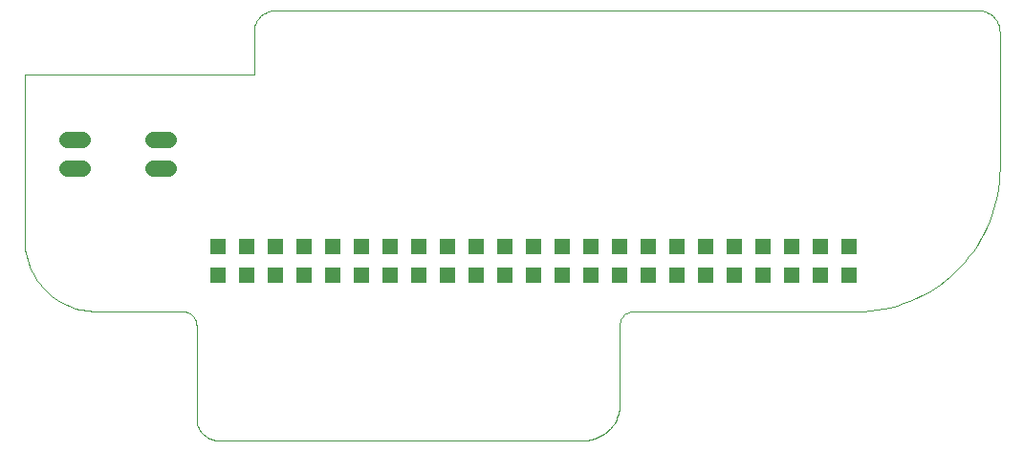
<source format=gbs>
G75*
G70*
%OFA0B0*%
%FSLAX24Y24*%
%IPPOS*%
%LPD*%
%AMOC8*
5,1,8,0,0,1.08239X$1,22.5*
%
%ADD10C,0.0000*%
%ADD11R,0.0555X0.0555*%
%ADD12C,0.0560*%
D10*
X006100Y000850D02*
X006100Y004100D01*
X006098Y004144D01*
X006092Y004187D01*
X006083Y004229D01*
X006070Y004271D01*
X006053Y004311D01*
X006033Y004350D01*
X006010Y004387D01*
X005983Y004421D01*
X005954Y004454D01*
X005921Y004483D01*
X005887Y004510D01*
X005850Y004533D01*
X005811Y004553D01*
X005771Y004570D01*
X005729Y004583D01*
X005687Y004592D01*
X005644Y004598D01*
X005600Y004600D01*
X002600Y004600D01*
X002481Y004603D01*
X002362Y004611D01*
X002244Y004625D01*
X002127Y004645D01*
X002011Y004670D01*
X001896Y004701D01*
X001782Y004737D01*
X001671Y004779D01*
X001561Y004826D01*
X001454Y004878D01*
X001350Y004935D01*
X001248Y004997D01*
X001150Y005064D01*
X001055Y005135D01*
X000963Y005211D01*
X000875Y005291D01*
X000791Y005375D01*
X000711Y005463D01*
X000635Y005555D01*
X000564Y005650D01*
X000497Y005748D01*
X000435Y005850D01*
X000378Y005954D01*
X000326Y006061D01*
X000279Y006171D01*
X000237Y006282D01*
X000201Y006396D01*
X000170Y006511D01*
X000145Y006627D01*
X000125Y006744D01*
X000111Y006862D01*
X000103Y006981D01*
X000100Y007100D01*
X000100Y012850D01*
X008100Y012850D01*
X008100Y014350D01*
X008102Y014404D01*
X008108Y014457D01*
X008117Y014509D01*
X008130Y014561D01*
X008147Y014612D01*
X008168Y014662D01*
X008192Y014709D01*
X008219Y014755D01*
X008250Y014799D01*
X008283Y014841D01*
X008320Y014880D01*
X008359Y014917D01*
X008401Y014950D01*
X008445Y014981D01*
X008491Y015008D01*
X008538Y015032D01*
X008588Y015053D01*
X008639Y015070D01*
X008691Y015083D01*
X008743Y015092D01*
X008796Y015098D01*
X008850Y015100D01*
X033350Y015100D01*
X033404Y015098D01*
X033457Y015092D01*
X033509Y015083D01*
X033561Y015070D01*
X033612Y015053D01*
X033662Y015032D01*
X033709Y015008D01*
X033755Y014981D01*
X033799Y014950D01*
X033841Y014917D01*
X033880Y014880D01*
X033917Y014841D01*
X033950Y014799D01*
X033981Y014755D01*
X034008Y014709D01*
X034032Y014662D01*
X034053Y014612D01*
X034070Y014561D01*
X034083Y014509D01*
X034092Y014457D01*
X034098Y014404D01*
X034100Y014350D01*
X034100Y009600D01*
X034094Y009362D01*
X034077Y009125D01*
X034049Y008888D01*
X034010Y008654D01*
X033959Y008421D01*
X033897Y008191D01*
X033825Y007965D01*
X033742Y007742D01*
X033648Y007523D01*
X033544Y007309D01*
X033430Y007100D01*
X033306Y006897D01*
X033173Y006700D01*
X033030Y006509D01*
X032879Y006326D01*
X032719Y006150D01*
X032550Y005981D01*
X032374Y005821D01*
X032191Y005670D01*
X032000Y005527D01*
X031803Y005394D01*
X031600Y005270D01*
X031391Y005156D01*
X031177Y005052D01*
X030958Y004958D01*
X030735Y004875D01*
X030509Y004803D01*
X030279Y004741D01*
X030046Y004690D01*
X029812Y004651D01*
X029575Y004623D01*
X029338Y004606D01*
X029100Y004600D01*
X021350Y004600D01*
X021306Y004598D01*
X021263Y004592D01*
X021221Y004583D01*
X021179Y004570D01*
X021139Y004553D01*
X021100Y004533D01*
X021063Y004510D01*
X021029Y004483D01*
X020996Y004454D01*
X020967Y004421D01*
X020940Y004387D01*
X020917Y004350D01*
X020897Y004311D01*
X020880Y004271D01*
X020867Y004229D01*
X020858Y004187D01*
X020852Y004144D01*
X020850Y004100D01*
X020850Y001350D01*
X020848Y001282D01*
X020843Y001215D01*
X020834Y001148D01*
X020821Y001081D01*
X020804Y001016D01*
X020785Y000951D01*
X020761Y000887D01*
X020734Y000825D01*
X020704Y000764D01*
X020671Y000706D01*
X020635Y000649D01*
X020595Y000594D01*
X020553Y000541D01*
X020507Y000490D01*
X020460Y000443D01*
X020409Y000397D01*
X020356Y000355D01*
X020301Y000315D01*
X020244Y000279D01*
X020186Y000246D01*
X020125Y000216D01*
X020063Y000189D01*
X019999Y000165D01*
X019934Y000146D01*
X019869Y000129D01*
X019802Y000116D01*
X019735Y000107D01*
X019668Y000102D01*
X019600Y000100D01*
X006850Y000100D01*
X006796Y000102D01*
X006743Y000108D01*
X006691Y000117D01*
X006639Y000130D01*
X006588Y000147D01*
X006538Y000168D01*
X006491Y000192D01*
X006445Y000219D01*
X006401Y000250D01*
X006359Y000283D01*
X006320Y000320D01*
X006283Y000359D01*
X006250Y000401D01*
X006219Y000445D01*
X006192Y000491D01*
X006168Y000538D01*
X006147Y000588D01*
X006130Y000639D01*
X006117Y000691D01*
X006108Y000743D01*
X006102Y000796D01*
X006100Y000850D01*
D11*
X006850Y005850D03*
X007850Y005850D03*
X008850Y005850D03*
X009850Y005850D03*
X010850Y005850D03*
X011850Y005850D03*
X012850Y005850D03*
X013850Y005850D03*
X014850Y005850D03*
X015850Y005850D03*
X016850Y005850D03*
X017850Y005850D03*
X018850Y005850D03*
X019850Y005850D03*
X020850Y005850D03*
X021850Y005850D03*
X022850Y005850D03*
X023850Y005850D03*
X024850Y005850D03*
X025850Y005850D03*
X026850Y005850D03*
X027850Y005850D03*
X028850Y005850D03*
X028850Y006850D03*
X027850Y006850D03*
X026850Y006850D03*
X025850Y006850D03*
X024850Y006850D03*
X023850Y006850D03*
X022850Y006850D03*
X021850Y006850D03*
X020850Y006850D03*
X019850Y006850D03*
X018850Y006850D03*
X017850Y006850D03*
X016850Y006850D03*
X015850Y006850D03*
X014850Y006850D03*
X013850Y006850D03*
X012850Y006850D03*
X011850Y006850D03*
X010850Y006850D03*
X009850Y006850D03*
X008850Y006850D03*
X007850Y006850D03*
X006850Y006850D03*
D12*
X005110Y009600D02*
X004590Y009600D01*
X004590Y010600D02*
X005110Y010600D01*
X002110Y010600D02*
X001590Y010600D01*
X001590Y009600D02*
X002110Y009600D01*
M02*

</source>
